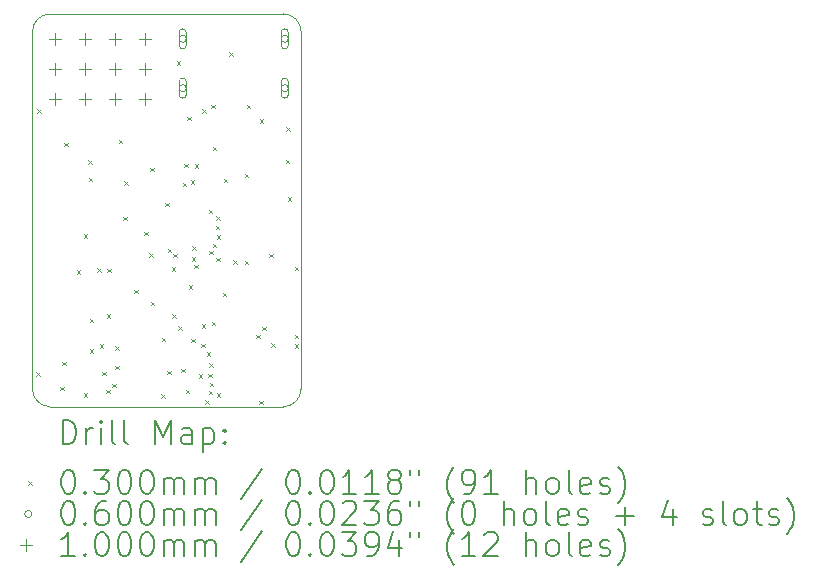
<source format=gbr>
%TF.GenerationSoftware,KiCad,Pcbnew,8.0.2*%
%TF.CreationDate,2024-07-01T07:38:27+02:00*%
%TF.ProjectId,ant control board v1.2,616e7420-636f-46e7-9472-6f6c20626f61,1.1*%
%TF.SameCoordinates,Original*%
%TF.FileFunction,Drillmap*%
%TF.FilePolarity,Positive*%
%FSLAX45Y45*%
G04 Gerber Fmt 4.5, Leading zero omitted, Abs format (unit mm)*
G04 Created by KiCad (PCBNEW 8.0.2) date 2024-07-01 07:38:27*
%MOMM*%
%LPD*%
G01*
G04 APERTURE LIST*
%ADD10C,0.050000*%
%ADD11C,0.100000*%
%ADD12C,0.200000*%
G04 APERTURE END LIST*
D10*
X13725000Y-6975000D02*
G75*
G02*
X13875000Y-6825000I150000J0D01*
G01*
D11*
X13875000Y-6825000D02*
X15850000Y-6825000D01*
D10*
X13875000Y-10150000D02*
G75*
G02*
X13725000Y-10000000I0J150000D01*
G01*
D11*
X16000000Y-6975000D02*
X16000000Y-10000000D01*
D10*
X15850000Y-6825000D02*
G75*
G02*
X16000000Y-6975000I0J-150000D01*
G01*
D11*
X13725000Y-10000000D02*
X13725000Y-6975000D01*
X15850000Y-10150000D02*
X13875000Y-10150000D01*
D10*
X16000000Y-10000000D02*
G75*
G02*
X15850000Y-10150000I-150000J0D01*
G01*
D12*
D11*
X13759184Y-9859607D02*
X13789184Y-9889607D01*
X13789184Y-9859607D02*
X13759184Y-9889607D01*
X13764500Y-7630400D02*
X13794500Y-7660400D01*
X13794500Y-7630400D02*
X13764500Y-7660400D01*
X13961590Y-9981098D02*
X13991590Y-10011098D01*
X13991590Y-9981098D02*
X13961590Y-10011098D01*
X13978900Y-9769080D02*
X14008900Y-9799080D01*
X14008900Y-9769080D02*
X13978900Y-9799080D01*
X13993100Y-7917200D02*
X14023100Y-7947200D01*
X14023100Y-7917200D02*
X13993100Y-7947200D01*
X14099780Y-8994380D02*
X14129780Y-9024380D01*
X14129780Y-8994380D02*
X14099780Y-9024380D01*
X14158200Y-8689580D02*
X14188200Y-8719580D01*
X14188200Y-8689580D02*
X14158200Y-8719580D01*
X14160332Y-10036800D02*
X14190332Y-10066800D01*
X14190332Y-10036800D02*
X14160332Y-10066800D01*
X14196300Y-8062200D02*
X14226300Y-8092200D01*
X14226300Y-8062200D02*
X14196300Y-8092200D01*
X14200110Y-8210790D02*
X14230110Y-8240790D01*
X14230110Y-8210790D02*
X14200110Y-8240790D01*
X14209000Y-9662400D02*
X14239000Y-9692400D01*
X14239000Y-9662400D02*
X14209000Y-9692400D01*
X14209307Y-9405209D02*
X14239307Y-9435209D01*
X14239307Y-9405209D02*
X14209307Y-9435209D01*
X14272500Y-8976600D02*
X14302500Y-9006600D01*
X14302500Y-8976600D02*
X14272500Y-9006600D01*
X14294569Y-9620969D02*
X14324569Y-9650969D01*
X14324569Y-9620969D02*
X14294569Y-9650969D01*
X14315089Y-9855008D02*
X14345089Y-9885008D01*
X14345089Y-9855008D02*
X14315089Y-9885008D01*
X14352329Y-10007035D02*
X14382329Y-10037035D01*
X14382329Y-10007035D02*
X14352329Y-10037035D01*
X14353780Y-9367760D02*
X14383780Y-9397760D01*
X14383780Y-9367760D02*
X14353780Y-9397760D01*
X14358860Y-8982560D02*
X14388860Y-9012560D01*
X14388860Y-8982560D02*
X14358860Y-9012560D01*
X14400761Y-9956494D02*
X14430761Y-9986494D01*
X14430761Y-9956494D02*
X14400761Y-9986494D01*
X14424900Y-9637000D02*
X14454900Y-9667000D01*
X14454900Y-9637000D02*
X14424900Y-9667000D01*
X14424900Y-9803520D02*
X14454900Y-9833520D01*
X14454900Y-9803520D02*
X14424900Y-9833520D01*
X14457920Y-7892020D02*
X14487920Y-7922020D01*
X14487920Y-7892020D02*
X14457920Y-7922020D01*
X14493480Y-8542260D02*
X14523480Y-8572260D01*
X14523480Y-8542260D02*
X14493480Y-8572260D01*
X14503640Y-8240000D02*
X14533640Y-8270000D01*
X14533640Y-8240000D02*
X14503640Y-8270000D01*
X14587460Y-9162020D02*
X14617460Y-9192020D01*
X14617460Y-9162020D02*
X14587460Y-9192020D01*
X14673744Y-8670907D02*
X14703744Y-8700907D01*
X14703744Y-8670907D02*
X14673744Y-8700907D01*
X14714182Y-8852140D02*
X14744182Y-8882140D01*
X14744182Y-8852140D02*
X14714182Y-8882140D01*
X14722080Y-8128240D02*
X14752080Y-8158240D01*
X14752080Y-8128240D02*
X14722080Y-8158240D01*
X14726040Y-9261080D02*
X14756040Y-9291080D01*
X14756040Y-9261080D02*
X14726040Y-9291080D01*
X14814800Y-10043400D02*
X14844800Y-10073400D01*
X14844800Y-10043400D02*
X14814800Y-10073400D01*
X14821140Y-9565880D02*
X14851140Y-9595880D01*
X14851140Y-9565880D02*
X14821140Y-9595880D01*
X14849080Y-8425420D02*
X14879080Y-8455420D01*
X14879080Y-8425420D02*
X14849080Y-8455420D01*
X14866529Y-9845611D02*
X14896529Y-9875611D01*
X14896529Y-9845611D02*
X14866529Y-9875611D01*
X14869400Y-8811500D02*
X14899400Y-8841500D01*
X14899400Y-8811500D02*
X14869400Y-8841500D01*
X14904960Y-8971520D02*
X14934960Y-9001520D01*
X14934960Y-8971520D02*
X14904960Y-9001520D01*
X14910040Y-9367162D02*
X14940040Y-9397162D01*
X14940040Y-9367162D02*
X14910040Y-9397162D01*
X14918619Y-8854566D02*
X14948619Y-8884566D01*
X14948619Y-8854566D02*
X14918619Y-8884566D01*
X14945600Y-7224000D02*
X14975600Y-7254000D01*
X14975600Y-7224000D02*
X14945600Y-7254000D01*
X14961679Y-9469939D02*
X14991679Y-9499939D01*
X14991679Y-9469939D02*
X14961679Y-9499939D01*
X14983700Y-9827500D02*
X15013700Y-9857500D01*
X15013700Y-9827500D02*
X14983700Y-9857500D01*
X14996400Y-8255240D02*
X15026400Y-8285240D01*
X15026400Y-8255240D02*
X14996400Y-8285240D01*
X15011640Y-8092680D02*
X15041640Y-8122680D01*
X15041640Y-8092680D02*
X15011640Y-8122680D01*
X15021800Y-10005300D02*
X15051800Y-10035300D01*
X15051800Y-10005300D02*
X15021800Y-10035300D01*
X15034500Y-7693900D02*
X15064500Y-7723900D01*
X15064500Y-7693900D02*
X15034500Y-7723900D01*
X15047200Y-9121380D02*
X15077200Y-9151380D01*
X15077200Y-9121380D02*
X15047200Y-9151380D01*
X15067520Y-8232380D02*
X15097520Y-8262380D01*
X15097520Y-8232380D02*
X15067520Y-8262380D01*
X15068719Y-9576860D02*
X15098719Y-9606860D01*
X15098719Y-9576860D02*
X15068719Y-9606860D01*
X15072600Y-8885160D02*
X15102600Y-8915160D01*
X15102600Y-8885160D02*
X15072600Y-8915160D01*
X15079741Y-8793241D02*
X15109741Y-8823241D01*
X15109741Y-8793241D02*
X15079741Y-8823241D01*
X15093281Y-8947204D02*
X15123281Y-8977204D01*
X15123281Y-8947204D02*
X15093281Y-8977204D01*
X15100540Y-8097760D02*
X15130540Y-8127760D01*
X15130540Y-8097760D02*
X15100540Y-8127760D01*
X15133224Y-9875425D02*
X15163224Y-9905425D01*
X15163224Y-9875425D02*
X15133224Y-9905425D01*
X15153880Y-9616680D02*
X15183880Y-9646680D01*
X15183880Y-9616680D02*
X15153880Y-9646680D01*
X15158960Y-9451580D02*
X15188960Y-9481580D01*
X15188960Y-9451580D02*
X15158960Y-9481580D01*
X15161500Y-7630400D02*
X15191500Y-7660400D01*
X15191500Y-7630400D02*
X15161500Y-7660400D01*
X15186900Y-10094200D02*
X15216900Y-10124200D01*
X15216900Y-10094200D02*
X15186900Y-10124200D01*
X15199600Y-9690340D02*
X15229600Y-9720340D01*
X15229600Y-9690340D02*
X15199600Y-9720340D01*
X15214840Y-9870680D02*
X15244840Y-9900680D01*
X15244840Y-9870680D02*
X15214840Y-9900680D01*
X15216356Y-10014247D02*
X15246356Y-10044247D01*
X15246356Y-10014247D02*
X15216356Y-10044247D01*
X15217380Y-8483840D02*
X15247380Y-8513840D01*
X15247380Y-8483840D02*
X15217380Y-8513840D01*
X15222312Y-9784468D02*
X15252312Y-9814468D01*
X15252312Y-9784468D02*
X15222312Y-9814468D01*
X15222403Y-8829965D02*
X15252403Y-8859965D01*
X15252403Y-8829965D02*
X15222403Y-8859965D01*
X15225000Y-9949420D02*
X15255000Y-9979420D01*
X15255000Y-9949420D02*
X15225000Y-9979420D01*
X15240240Y-7592300D02*
X15270240Y-7622300D01*
X15270240Y-7592300D02*
X15240240Y-7622300D01*
X15242780Y-9431260D02*
X15272780Y-9461260D01*
X15272780Y-9431260D02*
X15242780Y-9461260D01*
X15250400Y-7947900D02*
X15280400Y-7977900D01*
X15280400Y-7947900D02*
X15250400Y-7977900D01*
X15250400Y-8770860D02*
X15280400Y-8800860D01*
X15280400Y-8770860D02*
X15250400Y-8800860D01*
X15279131Y-8616711D02*
X15309131Y-8646711D01*
X15309131Y-8616711D02*
X15279131Y-8646711D01*
X15283420Y-8537180D02*
X15313420Y-8567180D01*
X15313420Y-8537180D02*
X15283420Y-8567180D01*
X15283420Y-8890240D02*
X15313420Y-8920240D01*
X15313420Y-8890240D02*
X15283420Y-8920240D01*
X15285960Y-8699740D02*
X15315960Y-8729740D01*
X15315960Y-8699740D02*
X15285960Y-8729740D01*
X15285960Y-10038320D02*
X15315960Y-10068320D01*
X15315960Y-10038320D02*
X15285960Y-10068320D01*
X15335982Y-9184463D02*
X15365982Y-9214463D01*
X15365982Y-9184463D02*
X15335982Y-9214463D01*
X15343301Y-8218601D02*
X15373301Y-8248601D01*
X15373301Y-8218601D02*
X15343301Y-8248601D01*
X15390100Y-7147800D02*
X15420100Y-7177800D01*
X15420100Y-7147800D02*
X15390100Y-7177800D01*
X15425660Y-8909601D02*
X15455660Y-8939601D01*
X15455660Y-8909601D02*
X15425660Y-8939601D01*
X15522180Y-8179040D02*
X15552180Y-8209040D01*
X15552180Y-8179040D02*
X15522180Y-8209040D01*
X15522180Y-8913100D02*
X15552180Y-8943100D01*
X15552180Y-8913100D02*
X15522180Y-8943100D01*
X15539960Y-7594840D02*
X15569960Y-7624840D01*
X15569960Y-7594840D02*
X15539960Y-7624840D01*
X15622081Y-9542936D02*
X15652081Y-9572936D01*
X15652081Y-9542936D02*
X15622081Y-9572936D01*
X15644100Y-10101820D02*
X15674100Y-10131820D01*
X15674100Y-10101820D02*
X15644100Y-10131820D01*
X15651720Y-7716760D02*
X15681720Y-7746760D01*
X15681720Y-7716760D02*
X15651720Y-7746760D01*
X15669500Y-9471900D02*
X15699500Y-9501900D01*
X15699500Y-9471900D02*
X15669500Y-9501900D01*
X15730821Y-8854601D02*
X15760821Y-8884601D01*
X15760821Y-8854601D02*
X15730821Y-8884601D01*
X15748240Y-9612936D02*
X15778240Y-9642936D01*
X15778240Y-9612936D02*
X15748240Y-9642936D01*
X15870160Y-8059660D02*
X15900160Y-8089660D01*
X15900160Y-8059660D02*
X15870160Y-8089660D01*
X15872700Y-7782800D02*
X15902700Y-7812800D01*
X15902700Y-7782800D02*
X15872700Y-7812800D01*
X15887940Y-8377160D02*
X15917940Y-8407160D01*
X15917940Y-8377160D02*
X15887940Y-8407160D01*
X15944280Y-8966440D02*
X15974280Y-8996440D01*
X15974280Y-8966440D02*
X15944280Y-8996440D01*
X15944280Y-9542936D02*
X15974280Y-9572936D01*
X15974280Y-9542936D02*
X15944280Y-9572936D01*
X15944553Y-9619613D02*
X15974553Y-9649613D01*
X15974553Y-9619613D02*
X15944553Y-9649613D01*
X15027300Y-7035550D02*
G75*
G02*
X14967300Y-7035550I-30000J0D01*
G01*
X14967300Y-7035550D02*
G75*
G02*
X15027300Y-7035550I30000J0D01*
G01*
X14967300Y-6980550D02*
X14967300Y-7090550D01*
X15027300Y-7090550D02*
G75*
G02*
X14967300Y-7090550I-30000J0D01*
G01*
X15027300Y-7090550D02*
X15027300Y-6980550D01*
X15027300Y-6980550D02*
G75*
G03*
X14967300Y-6980550I-30000J0D01*
G01*
X15027300Y-7453550D02*
G75*
G02*
X14967300Y-7453550I-30000J0D01*
G01*
X14967300Y-7453550D02*
G75*
G02*
X15027300Y-7453550I30000J0D01*
G01*
X14967300Y-7398550D02*
X14967300Y-7508550D01*
X15027300Y-7508550D02*
G75*
G02*
X14967300Y-7508550I-30000J0D01*
G01*
X15027300Y-7508550D02*
X15027300Y-7398550D01*
X15027300Y-7398550D02*
G75*
G03*
X14967300Y-7398550I-30000J0D01*
G01*
X15891300Y-7035550D02*
G75*
G02*
X15831300Y-7035550I-30000J0D01*
G01*
X15831300Y-7035550D02*
G75*
G02*
X15891300Y-7035550I30000J0D01*
G01*
X15831300Y-6980550D02*
X15831300Y-7090550D01*
X15891300Y-7090550D02*
G75*
G02*
X15831300Y-7090550I-30000J0D01*
G01*
X15891300Y-7090550D02*
X15891300Y-6980550D01*
X15891300Y-6980550D02*
G75*
G03*
X15831300Y-6980550I-30000J0D01*
G01*
X15891300Y-7453550D02*
G75*
G02*
X15831300Y-7453550I-30000J0D01*
G01*
X15831300Y-7453550D02*
G75*
G02*
X15891300Y-7453550I30000J0D01*
G01*
X15831300Y-7398550D02*
X15831300Y-7508550D01*
X15891300Y-7508550D02*
G75*
G02*
X15831300Y-7508550I-30000J0D01*
G01*
X15891300Y-7508550D02*
X15891300Y-7398550D01*
X15891300Y-7398550D02*
G75*
G03*
X15831300Y-7398550I-30000J0D01*
G01*
X13919200Y-6985800D02*
X13919200Y-7085800D01*
X13869200Y-7035800D02*
X13969200Y-7035800D01*
X13919200Y-7239800D02*
X13919200Y-7339800D01*
X13869200Y-7289800D02*
X13969200Y-7289800D01*
X13919200Y-7493800D02*
X13919200Y-7593800D01*
X13869200Y-7543800D02*
X13969200Y-7543800D01*
X14173200Y-6985800D02*
X14173200Y-7085800D01*
X14123200Y-7035800D02*
X14223200Y-7035800D01*
X14173200Y-7239800D02*
X14173200Y-7339800D01*
X14123200Y-7289800D02*
X14223200Y-7289800D01*
X14173200Y-7493800D02*
X14173200Y-7593800D01*
X14123200Y-7543800D02*
X14223200Y-7543800D01*
X14427200Y-6985800D02*
X14427200Y-7085800D01*
X14377200Y-7035800D02*
X14477200Y-7035800D01*
X14427200Y-7239800D02*
X14427200Y-7339800D01*
X14377200Y-7289800D02*
X14477200Y-7289800D01*
X14427200Y-7493800D02*
X14427200Y-7593800D01*
X14377200Y-7543800D02*
X14477200Y-7543800D01*
X14681200Y-6985800D02*
X14681200Y-7085800D01*
X14631200Y-7035800D02*
X14731200Y-7035800D01*
X14681200Y-7239800D02*
X14681200Y-7339800D01*
X14631200Y-7289800D02*
X14731200Y-7289800D01*
X14681200Y-7493800D02*
X14681200Y-7593800D01*
X14631200Y-7543800D02*
X14731200Y-7543800D01*
D12*
X13980777Y-10466484D02*
X13980777Y-10266484D01*
X13980777Y-10266484D02*
X14028396Y-10266484D01*
X14028396Y-10266484D02*
X14056967Y-10276008D01*
X14056967Y-10276008D02*
X14076015Y-10295055D01*
X14076015Y-10295055D02*
X14085539Y-10314103D01*
X14085539Y-10314103D02*
X14095062Y-10352198D01*
X14095062Y-10352198D02*
X14095062Y-10380770D01*
X14095062Y-10380770D02*
X14085539Y-10418865D01*
X14085539Y-10418865D02*
X14076015Y-10437912D01*
X14076015Y-10437912D02*
X14056967Y-10456960D01*
X14056967Y-10456960D02*
X14028396Y-10466484D01*
X14028396Y-10466484D02*
X13980777Y-10466484D01*
X14180777Y-10466484D02*
X14180777Y-10333150D01*
X14180777Y-10371246D02*
X14190301Y-10352198D01*
X14190301Y-10352198D02*
X14199824Y-10342674D01*
X14199824Y-10342674D02*
X14218872Y-10333150D01*
X14218872Y-10333150D02*
X14237920Y-10333150D01*
X14304586Y-10466484D02*
X14304586Y-10333150D01*
X14304586Y-10266484D02*
X14295062Y-10276008D01*
X14295062Y-10276008D02*
X14304586Y-10285531D01*
X14304586Y-10285531D02*
X14314110Y-10276008D01*
X14314110Y-10276008D02*
X14304586Y-10266484D01*
X14304586Y-10266484D02*
X14304586Y-10285531D01*
X14428396Y-10466484D02*
X14409348Y-10456960D01*
X14409348Y-10456960D02*
X14399824Y-10437912D01*
X14399824Y-10437912D02*
X14399824Y-10266484D01*
X14533158Y-10466484D02*
X14514110Y-10456960D01*
X14514110Y-10456960D02*
X14504586Y-10437912D01*
X14504586Y-10437912D02*
X14504586Y-10266484D01*
X14761729Y-10466484D02*
X14761729Y-10266484D01*
X14761729Y-10266484D02*
X14828396Y-10409341D01*
X14828396Y-10409341D02*
X14895062Y-10266484D01*
X14895062Y-10266484D02*
X14895062Y-10466484D01*
X15076015Y-10466484D02*
X15076015Y-10361722D01*
X15076015Y-10361722D02*
X15066491Y-10342674D01*
X15066491Y-10342674D02*
X15047443Y-10333150D01*
X15047443Y-10333150D02*
X15009348Y-10333150D01*
X15009348Y-10333150D02*
X14990301Y-10342674D01*
X15076015Y-10456960D02*
X15056967Y-10466484D01*
X15056967Y-10466484D02*
X15009348Y-10466484D01*
X15009348Y-10466484D02*
X14990301Y-10456960D01*
X14990301Y-10456960D02*
X14980777Y-10437912D01*
X14980777Y-10437912D02*
X14980777Y-10418865D01*
X14980777Y-10418865D02*
X14990301Y-10399817D01*
X14990301Y-10399817D02*
X15009348Y-10390293D01*
X15009348Y-10390293D02*
X15056967Y-10390293D01*
X15056967Y-10390293D02*
X15076015Y-10380770D01*
X15171253Y-10333150D02*
X15171253Y-10533150D01*
X15171253Y-10342674D02*
X15190301Y-10333150D01*
X15190301Y-10333150D02*
X15228396Y-10333150D01*
X15228396Y-10333150D02*
X15247443Y-10342674D01*
X15247443Y-10342674D02*
X15256967Y-10352198D01*
X15256967Y-10352198D02*
X15266491Y-10371246D01*
X15266491Y-10371246D02*
X15266491Y-10428389D01*
X15266491Y-10428389D02*
X15256967Y-10447436D01*
X15256967Y-10447436D02*
X15247443Y-10456960D01*
X15247443Y-10456960D02*
X15228396Y-10466484D01*
X15228396Y-10466484D02*
X15190301Y-10466484D01*
X15190301Y-10466484D02*
X15171253Y-10456960D01*
X15352205Y-10447436D02*
X15361729Y-10456960D01*
X15361729Y-10456960D02*
X15352205Y-10466484D01*
X15352205Y-10466484D02*
X15342682Y-10456960D01*
X15342682Y-10456960D02*
X15352205Y-10447436D01*
X15352205Y-10447436D02*
X15352205Y-10466484D01*
X15352205Y-10342674D02*
X15361729Y-10352198D01*
X15361729Y-10352198D02*
X15352205Y-10361722D01*
X15352205Y-10361722D02*
X15342682Y-10352198D01*
X15342682Y-10352198D02*
X15352205Y-10342674D01*
X15352205Y-10342674D02*
X15352205Y-10361722D01*
D11*
X13690000Y-10780000D02*
X13720000Y-10810000D01*
X13720000Y-10780000D02*
X13690000Y-10810000D01*
D12*
X14018872Y-10686484D02*
X14037920Y-10686484D01*
X14037920Y-10686484D02*
X14056967Y-10696008D01*
X14056967Y-10696008D02*
X14066491Y-10705531D01*
X14066491Y-10705531D02*
X14076015Y-10724579D01*
X14076015Y-10724579D02*
X14085539Y-10762674D01*
X14085539Y-10762674D02*
X14085539Y-10810293D01*
X14085539Y-10810293D02*
X14076015Y-10848389D01*
X14076015Y-10848389D02*
X14066491Y-10867436D01*
X14066491Y-10867436D02*
X14056967Y-10876960D01*
X14056967Y-10876960D02*
X14037920Y-10886484D01*
X14037920Y-10886484D02*
X14018872Y-10886484D01*
X14018872Y-10886484D02*
X13999824Y-10876960D01*
X13999824Y-10876960D02*
X13990301Y-10867436D01*
X13990301Y-10867436D02*
X13980777Y-10848389D01*
X13980777Y-10848389D02*
X13971253Y-10810293D01*
X13971253Y-10810293D02*
X13971253Y-10762674D01*
X13971253Y-10762674D02*
X13980777Y-10724579D01*
X13980777Y-10724579D02*
X13990301Y-10705531D01*
X13990301Y-10705531D02*
X13999824Y-10696008D01*
X13999824Y-10696008D02*
X14018872Y-10686484D01*
X14171253Y-10867436D02*
X14180777Y-10876960D01*
X14180777Y-10876960D02*
X14171253Y-10886484D01*
X14171253Y-10886484D02*
X14161729Y-10876960D01*
X14161729Y-10876960D02*
X14171253Y-10867436D01*
X14171253Y-10867436D02*
X14171253Y-10886484D01*
X14247443Y-10686484D02*
X14371253Y-10686484D01*
X14371253Y-10686484D02*
X14304586Y-10762674D01*
X14304586Y-10762674D02*
X14333158Y-10762674D01*
X14333158Y-10762674D02*
X14352205Y-10772198D01*
X14352205Y-10772198D02*
X14361729Y-10781722D01*
X14361729Y-10781722D02*
X14371253Y-10800770D01*
X14371253Y-10800770D02*
X14371253Y-10848389D01*
X14371253Y-10848389D02*
X14361729Y-10867436D01*
X14361729Y-10867436D02*
X14352205Y-10876960D01*
X14352205Y-10876960D02*
X14333158Y-10886484D01*
X14333158Y-10886484D02*
X14276015Y-10886484D01*
X14276015Y-10886484D02*
X14256967Y-10876960D01*
X14256967Y-10876960D02*
X14247443Y-10867436D01*
X14495062Y-10686484D02*
X14514110Y-10686484D01*
X14514110Y-10686484D02*
X14533158Y-10696008D01*
X14533158Y-10696008D02*
X14542682Y-10705531D01*
X14542682Y-10705531D02*
X14552205Y-10724579D01*
X14552205Y-10724579D02*
X14561729Y-10762674D01*
X14561729Y-10762674D02*
X14561729Y-10810293D01*
X14561729Y-10810293D02*
X14552205Y-10848389D01*
X14552205Y-10848389D02*
X14542682Y-10867436D01*
X14542682Y-10867436D02*
X14533158Y-10876960D01*
X14533158Y-10876960D02*
X14514110Y-10886484D01*
X14514110Y-10886484D02*
X14495062Y-10886484D01*
X14495062Y-10886484D02*
X14476015Y-10876960D01*
X14476015Y-10876960D02*
X14466491Y-10867436D01*
X14466491Y-10867436D02*
X14456967Y-10848389D01*
X14456967Y-10848389D02*
X14447443Y-10810293D01*
X14447443Y-10810293D02*
X14447443Y-10762674D01*
X14447443Y-10762674D02*
X14456967Y-10724579D01*
X14456967Y-10724579D02*
X14466491Y-10705531D01*
X14466491Y-10705531D02*
X14476015Y-10696008D01*
X14476015Y-10696008D02*
X14495062Y-10686484D01*
X14685539Y-10686484D02*
X14704586Y-10686484D01*
X14704586Y-10686484D02*
X14723634Y-10696008D01*
X14723634Y-10696008D02*
X14733158Y-10705531D01*
X14733158Y-10705531D02*
X14742682Y-10724579D01*
X14742682Y-10724579D02*
X14752205Y-10762674D01*
X14752205Y-10762674D02*
X14752205Y-10810293D01*
X14752205Y-10810293D02*
X14742682Y-10848389D01*
X14742682Y-10848389D02*
X14733158Y-10867436D01*
X14733158Y-10867436D02*
X14723634Y-10876960D01*
X14723634Y-10876960D02*
X14704586Y-10886484D01*
X14704586Y-10886484D02*
X14685539Y-10886484D01*
X14685539Y-10886484D02*
X14666491Y-10876960D01*
X14666491Y-10876960D02*
X14656967Y-10867436D01*
X14656967Y-10867436D02*
X14647443Y-10848389D01*
X14647443Y-10848389D02*
X14637920Y-10810293D01*
X14637920Y-10810293D02*
X14637920Y-10762674D01*
X14637920Y-10762674D02*
X14647443Y-10724579D01*
X14647443Y-10724579D02*
X14656967Y-10705531D01*
X14656967Y-10705531D02*
X14666491Y-10696008D01*
X14666491Y-10696008D02*
X14685539Y-10686484D01*
X14837920Y-10886484D02*
X14837920Y-10753150D01*
X14837920Y-10772198D02*
X14847443Y-10762674D01*
X14847443Y-10762674D02*
X14866491Y-10753150D01*
X14866491Y-10753150D02*
X14895063Y-10753150D01*
X14895063Y-10753150D02*
X14914110Y-10762674D01*
X14914110Y-10762674D02*
X14923634Y-10781722D01*
X14923634Y-10781722D02*
X14923634Y-10886484D01*
X14923634Y-10781722D02*
X14933158Y-10762674D01*
X14933158Y-10762674D02*
X14952205Y-10753150D01*
X14952205Y-10753150D02*
X14980777Y-10753150D01*
X14980777Y-10753150D02*
X14999824Y-10762674D01*
X14999824Y-10762674D02*
X15009348Y-10781722D01*
X15009348Y-10781722D02*
X15009348Y-10886484D01*
X15104586Y-10886484D02*
X15104586Y-10753150D01*
X15104586Y-10772198D02*
X15114110Y-10762674D01*
X15114110Y-10762674D02*
X15133158Y-10753150D01*
X15133158Y-10753150D02*
X15161729Y-10753150D01*
X15161729Y-10753150D02*
X15180777Y-10762674D01*
X15180777Y-10762674D02*
X15190301Y-10781722D01*
X15190301Y-10781722D02*
X15190301Y-10886484D01*
X15190301Y-10781722D02*
X15199824Y-10762674D01*
X15199824Y-10762674D02*
X15218872Y-10753150D01*
X15218872Y-10753150D02*
X15247443Y-10753150D01*
X15247443Y-10753150D02*
X15266491Y-10762674D01*
X15266491Y-10762674D02*
X15276015Y-10781722D01*
X15276015Y-10781722D02*
X15276015Y-10886484D01*
X15666491Y-10676960D02*
X15495063Y-10934103D01*
X15923634Y-10686484D02*
X15942682Y-10686484D01*
X15942682Y-10686484D02*
X15961729Y-10696008D01*
X15961729Y-10696008D02*
X15971253Y-10705531D01*
X15971253Y-10705531D02*
X15980777Y-10724579D01*
X15980777Y-10724579D02*
X15990301Y-10762674D01*
X15990301Y-10762674D02*
X15990301Y-10810293D01*
X15990301Y-10810293D02*
X15980777Y-10848389D01*
X15980777Y-10848389D02*
X15971253Y-10867436D01*
X15971253Y-10867436D02*
X15961729Y-10876960D01*
X15961729Y-10876960D02*
X15942682Y-10886484D01*
X15942682Y-10886484D02*
X15923634Y-10886484D01*
X15923634Y-10886484D02*
X15904586Y-10876960D01*
X15904586Y-10876960D02*
X15895063Y-10867436D01*
X15895063Y-10867436D02*
X15885539Y-10848389D01*
X15885539Y-10848389D02*
X15876015Y-10810293D01*
X15876015Y-10810293D02*
X15876015Y-10762674D01*
X15876015Y-10762674D02*
X15885539Y-10724579D01*
X15885539Y-10724579D02*
X15895063Y-10705531D01*
X15895063Y-10705531D02*
X15904586Y-10696008D01*
X15904586Y-10696008D02*
X15923634Y-10686484D01*
X16076015Y-10867436D02*
X16085539Y-10876960D01*
X16085539Y-10876960D02*
X16076015Y-10886484D01*
X16076015Y-10886484D02*
X16066491Y-10876960D01*
X16066491Y-10876960D02*
X16076015Y-10867436D01*
X16076015Y-10867436D02*
X16076015Y-10886484D01*
X16209348Y-10686484D02*
X16228396Y-10686484D01*
X16228396Y-10686484D02*
X16247444Y-10696008D01*
X16247444Y-10696008D02*
X16256967Y-10705531D01*
X16256967Y-10705531D02*
X16266491Y-10724579D01*
X16266491Y-10724579D02*
X16276015Y-10762674D01*
X16276015Y-10762674D02*
X16276015Y-10810293D01*
X16276015Y-10810293D02*
X16266491Y-10848389D01*
X16266491Y-10848389D02*
X16256967Y-10867436D01*
X16256967Y-10867436D02*
X16247444Y-10876960D01*
X16247444Y-10876960D02*
X16228396Y-10886484D01*
X16228396Y-10886484D02*
X16209348Y-10886484D01*
X16209348Y-10886484D02*
X16190301Y-10876960D01*
X16190301Y-10876960D02*
X16180777Y-10867436D01*
X16180777Y-10867436D02*
X16171253Y-10848389D01*
X16171253Y-10848389D02*
X16161729Y-10810293D01*
X16161729Y-10810293D02*
X16161729Y-10762674D01*
X16161729Y-10762674D02*
X16171253Y-10724579D01*
X16171253Y-10724579D02*
X16180777Y-10705531D01*
X16180777Y-10705531D02*
X16190301Y-10696008D01*
X16190301Y-10696008D02*
X16209348Y-10686484D01*
X16466491Y-10886484D02*
X16352206Y-10886484D01*
X16409348Y-10886484D02*
X16409348Y-10686484D01*
X16409348Y-10686484D02*
X16390301Y-10715055D01*
X16390301Y-10715055D02*
X16371253Y-10734103D01*
X16371253Y-10734103D02*
X16352206Y-10743627D01*
X16656967Y-10886484D02*
X16542682Y-10886484D01*
X16599825Y-10886484D02*
X16599825Y-10686484D01*
X16599825Y-10686484D02*
X16580777Y-10715055D01*
X16580777Y-10715055D02*
X16561729Y-10734103D01*
X16561729Y-10734103D02*
X16542682Y-10743627D01*
X16771253Y-10772198D02*
X16752206Y-10762674D01*
X16752206Y-10762674D02*
X16742682Y-10753150D01*
X16742682Y-10753150D02*
X16733158Y-10734103D01*
X16733158Y-10734103D02*
X16733158Y-10724579D01*
X16733158Y-10724579D02*
X16742682Y-10705531D01*
X16742682Y-10705531D02*
X16752206Y-10696008D01*
X16752206Y-10696008D02*
X16771253Y-10686484D01*
X16771253Y-10686484D02*
X16809349Y-10686484D01*
X16809349Y-10686484D02*
X16828396Y-10696008D01*
X16828396Y-10696008D02*
X16837920Y-10705531D01*
X16837920Y-10705531D02*
X16847444Y-10724579D01*
X16847444Y-10724579D02*
X16847444Y-10734103D01*
X16847444Y-10734103D02*
X16837920Y-10753150D01*
X16837920Y-10753150D02*
X16828396Y-10762674D01*
X16828396Y-10762674D02*
X16809349Y-10772198D01*
X16809349Y-10772198D02*
X16771253Y-10772198D01*
X16771253Y-10772198D02*
X16752206Y-10781722D01*
X16752206Y-10781722D02*
X16742682Y-10791246D01*
X16742682Y-10791246D02*
X16733158Y-10810293D01*
X16733158Y-10810293D02*
X16733158Y-10848389D01*
X16733158Y-10848389D02*
X16742682Y-10867436D01*
X16742682Y-10867436D02*
X16752206Y-10876960D01*
X16752206Y-10876960D02*
X16771253Y-10886484D01*
X16771253Y-10886484D02*
X16809349Y-10886484D01*
X16809349Y-10886484D02*
X16828396Y-10876960D01*
X16828396Y-10876960D02*
X16837920Y-10867436D01*
X16837920Y-10867436D02*
X16847444Y-10848389D01*
X16847444Y-10848389D02*
X16847444Y-10810293D01*
X16847444Y-10810293D02*
X16837920Y-10791246D01*
X16837920Y-10791246D02*
X16828396Y-10781722D01*
X16828396Y-10781722D02*
X16809349Y-10772198D01*
X16923634Y-10686484D02*
X16923634Y-10724579D01*
X16999825Y-10686484D02*
X16999825Y-10724579D01*
X17295063Y-10962674D02*
X17285539Y-10953150D01*
X17285539Y-10953150D02*
X17266491Y-10924579D01*
X17266491Y-10924579D02*
X17256968Y-10905531D01*
X17256968Y-10905531D02*
X17247444Y-10876960D01*
X17247444Y-10876960D02*
X17237920Y-10829341D01*
X17237920Y-10829341D02*
X17237920Y-10791246D01*
X17237920Y-10791246D02*
X17247444Y-10743627D01*
X17247444Y-10743627D02*
X17256968Y-10715055D01*
X17256968Y-10715055D02*
X17266491Y-10696008D01*
X17266491Y-10696008D02*
X17285539Y-10667436D01*
X17285539Y-10667436D02*
X17295063Y-10657912D01*
X17380777Y-10886484D02*
X17418872Y-10886484D01*
X17418872Y-10886484D02*
X17437920Y-10876960D01*
X17437920Y-10876960D02*
X17447444Y-10867436D01*
X17447444Y-10867436D02*
X17466491Y-10838865D01*
X17466491Y-10838865D02*
X17476015Y-10800770D01*
X17476015Y-10800770D02*
X17476015Y-10724579D01*
X17476015Y-10724579D02*
X17466491Y-10705531D01*
X17466491Y-10705531D02*
X17456968Y-10696008D01*
X17456968Y-10696008D02*
X17437920Y-10686484D01*
X17437920Y-10686484D02*
X17399825Y-10686484D01*
X17399825Y-10686484D02*
X17380777Y-10696008D01*
X17380777Y-10696008D02*
X17371253Y-10705531D01*
X17371253Y-10705531D02*
X17361730Y-10724579D01*
X17361730Y-10724579D02*
X17361730Y-10772198D01*
X17361730Y-10772198D02*
X17371253Y-10791246D01*
X17371253Y-10791246D02*
X17380777Y-10800770D01*
X17380777Y-10800770D02*
X17399825Y-10810293D01*
X17399825Y-10810293D02*
X17437920Y-10810293D01*
X17437920Y-10810293D02*
X17456968Y-10800770D01*
X17456968Y-10800770D02*
X17466491Y-10791246D01*
X17466491Y-10791246D02*
X17476015Y-10772198D01*
X17666491Y-10886484D02*
X17552206Y-10886484D01*
X17609349Y-10886484D02*
X17609349Y-10686484D01*
X17609349Y-10686484D02*
X17590301Y-10715055D01*
X17590301Y-10715055D02*
X17571253Y-10734103D01*
X17571253Y-10734103D02*
X17552206Y-10743627D01*
X17904587Y-10886484D02*
X17904587Y-10686484D01*
X17990301Y-10886484D02*
X17990301Y-10781722D01*
X17990301Y-10781722D02*
X17980777Y-10762674D01*
X17980777Y-10762674D02*
X17961730Y-10753150D01*
X17961730Y-10753150D02*
X17933158Y-10753150D01*
X17933158Y-10753150D02*
X17914111Y-10762674D01*
X17914111Y-10762674D02*
X17904587Y-10772198D01*
X18114111Y-10886484D02*
X18095063Y-10876960D01*
X18095063Y-10876960D02*
X18085539Y-10867436D01*
X18085539Y-10867436D02*
X18076015Y-10848389D01*
X18076015Y-10848389D02*
X18076015Y-10791246D01*
X18076015Y-10791246D02*
X18085539Y-10772198D01*
X18085539Y-10772198D02*
X18095063Y-10762674D01*
X18095063Y-10762674D02*
X18114111Y-10753150D01*
X18114111Y-10753150D02*
X18142682Y-10753150D01*
X18142682Y-10753150D02*
X18161730Y-10762674D01*
X18161730Y-10762674D02*
X18171253Y-10772198D01*
X18171253Y-10772198D02*
X18180777Y-10791246D01*
X18180777Y-10791246D02*
X18180777Y-10848389D01*
X18180777Y-10848389D02*
X18171253Y-10867436D01*
X18171253Y-10867436D02*
X18161730Y-10876960D01*
X18161730Y-10876960D02*
X18142682Y-10886484D01*
X18142682Y-10886484D02*
X18114111Y-10886484D01*
X18295063Y-10886484D02*
X18276015Y-10876960D01*
X18276015Y-10876960D02*
X18266492Y-10857912D01*
X18266492Y-10857912D02*
X18266492Y-10686484D01*
X18447444Y-10876960D02*
X18428396Y-10886484D01*
X18428396Y-10886484D02*
X18390301Y-10886484D01*
X18390301Y-10886484D02*
X18371253Y-10876960D01*
X18371253Y-10876960D02*
X18361730Y-10857912D01*
X18361730Y-10857912D02*
X18361730Y-10781722D01*
X18361730Y-10781722D02*
X18371253Y-10762674D01*
X18371253Y-10762674D02*
X18390301Y-10753150D01*
X18390301Y-10753150D02*
X18428396Y-10753150D01*
X18428396Y-10753150D02*
X18447444Y-10762674D01*
X18447444Y-10762674D02*
X18456968Y-10781722D01*
X18456968Y-10781722D02*
X18456968Y-10800770D01*
X18456968Y-10800770D02*
X18361730Y-10819817D01*
X18533158Y-10876960D02*
X18552206Y-10886484D01*
X18552206Y-10886484D02*
X18590301Y-10886484D01*
X18590301Y-10886484D02*
X18609349Y-10876960D01*
X18609349Y-10876960D02*
X18618873Y-10857912D01*
X18618873Y-10857912D02*
X18618873Y-10848389D01*
X18618873Y-10848389D02*
X18609349Y-10829341D01*
X18609349Y-10829341D02*
X18590301Y-10819817D01*
X18590301Y-10819817D02*
X18561730Y-10819817D01*
X18561730Y-10819817D02*
X18542682Y-10810293D01*
X18542682Y-10810293D02*
X18533158Y-10791246D01*
X18533158Y-10791246D02*
X18533158Y-10781722D01*
X18533158Y-10781722D02*
X18542682Y-10762674D01*
X18542682Y-10762674D02*
X18561730Y-10753150D01*
X18561730Y-10753150D02*
X18590301Y-10753150D01*
X18590301Y-10753150D02*
X18609349Y-10762674D01*
X18685539Y-10962674D02*
X18695063Y-10953150D01*
X18695063Y-10953150D02*
X18714111Y-10924579D01*
X18714111Y-10924579D02*
X18723634Y-10905531D01*
X18723634Y-10905531D02*
X18733158Y-10876960D01*
X18733158Y-10876960D02*
X18742682Y-10829341D01*
X18742682Y-10829341D02*
X18742682Y-10791246D01*
X18742682Y-10791246D02*
X18733158Y-10743627D01*
X18733158Y-10743627D02*
X18723634Y-10715055D01*
X18723634Y-10715055D02*
X18714111Y-10696008D01*
X18714111Y-10696008D02*
X18695063Y-10667436D01*
X18695063Y-10667436D02*
X18685539Y-10657912D01*
D11*
X13720000Y-11059000D02*
G75*
G02*
X13660000Y-11059000I-30000J0D01*
G01*
X13660000Y-11059000D02*
G75*
G02*
X13720000Y-11059000I30000J0D01*
G01*
D12*
X14018872Y-10950484D02*
X14037920Y-10950484D01*
X14037920Y-10950484D02*
X14056967Y-10960008D01*
X14056967Y-10960008D02*
X14066491Y-10969531D01*
X14066491Y-10969531D02*
X14076015Y-10988579D01*
X14076015Y-10988579D02*
X14085539Y-11026674D01*
X14085539Y-11026674D02*
X14085539Y-11074293D01*
X14085539Y-11074293D02*
X14076015Y-11112389D01*
X14076015Y-11112389D02*
X14066491Y-11131436D01*
X14066491Y-11131436D02*
X14056967Y-11140960D01*
X14056967Y-11140960D02*
X14037920Y-11150484D01*
X14037920Y-11150484D02*
X14018872Y-11150484D01*
X14018872Y-11150484D02*
X13999824Y-11140960D01*
X13999824Y-11140960D02*
X13990301Y-11131436D01*
X13990301Y-11131436D02*
X13980777Y-11112389D01*
X13980777Y-11112389D02*
X13971253Y-11074293D01*
X13971253Y-11074293D02*
X13971253Y-11026674D01*
X13971253Y-11026674D02*
X13980777Y-10988579D01*
X13980777Y-10988579D02*
X13990301Y-10969531D01*
X13990301Y-10969531D02*
X13999824Y-10960008D01*
X13999824Y-10960008D02*
X14018872Y-10950484D01*
X14171253Y-11131436D02*
X14180777Y-11140960D01*
X14180777Y-11140960D02*
X14171253Y-11150484D01*
X14171253Y-11150484D02*
X14161729Y-11140960D01*
X14161729Y-11140960D02*
X14171253Y-11131436D01*
X14171253Y-11131436D02*
X14171253Y-11150484D01*
X14352205Y-10950484D02*
X14314110Y-10950484D01*
X14314110Y-10950484D02*
X14295062Y-10960008D01*
X14295062Y-10960008D02*
X14285539Y-10969531D01*
X14285539Y-10969531D02*
X14266491Y-10998103D01*
X14266491Y-10998103D02*
X14256967Y-11036198D01*
X14256967Y-11036198D02*
X14256967Y-11112389D01*
X14256967Y-11112389D02*
X14266491Y-11131436D01*
X14266491Y-11131436D02*
X14276015Y-11140960D01*
X14276015Y-11140960D02*
X14295062Y-11150484D01*
X14295062Y-11150484D02*
X14333158Y-11150484D01*
X14333158Y-11150484D02*
X14352205Y-11140960D01*
X14352205Y-11140960D02*
X14361729Y-11131436D01*
X14361729Y-11131436D02*
X14371253Y-11112389D01*
X14371253Y-11112389D02*
X14371253Y-11064770D01*
X14371253Y-11064770D02*
X14361729Y-11045722D01*
X14361729Y-11045722D02*
X14352205Y-11036198D01*
X14352205Y-11036198D02*
X14333158Y-11026674D01*
X14333158Y-11026674D02*
X14295062Y-11026674D01*
X14295062Y-11026674D02*
X14276015Y-11036198D01*
X14276015Y-11036198D02*
X14266491Y-11045722D01*
X14266491Y-11045722D02*
X14256967Y-11064770D01*
X14495062Y-10950484D02*
X14514110Y-10950484D01*
X14514110Y-10950484D02*
X14533158Y-10960008D01*
X14533158Y-10960008D02*
X14542682Y-10969531D01*
X14542682Y-10969531D02*
X14552205Y-10988579D01*
X14552205Y-10988579D02*
X14561729Y-11026674D01*
X14561729Y-11026674D02*
X14561729Y-11074293D01*
X14561729Y-11074293D02*
X14552205Y-11112389D01*
X14552205Y-11112389D02*
X14542682Y-11131436D01*
X14542682Y-11131436D02*
X14533158Y-11140960D01*
X14533158Y-11140960D02*
X14514110Y-11150484D01*
X14514110Y-11150484D02*
X14495062Y-11150484D01*
X14495062Y-11150484D02*
X14476015Y-11140960D01*
X14476015Y-11140960D02*
X14466491Y-11131436D01*
X14466491Y-11131436D02*
X14456967Y-11112389D01*
X14456967Y-11112389D02*
X14447443Y-11074293D01*
X14447443Y-11074293D02*
X14447443Y-11026674D01*
X14447443Y-11026674D02*
X14456967Y-10988579D01*
X14456967Y-10988579D02*
X14466491Y-10969531D01*
X14466491Y-10969531D02*
X14476015Y-10960008D01*
X14476015Y-10960008D02*
X14495062Y-10950484D01*
X14685539Y-10950484D02*
X14704586Y-10950484D01*
X14704586Y-10950484D02*
X14723634Y-10960008D01*
X14723634Y-10960008D02*
X14733158Y-10969531D01*
X14733158Y-10969531D02*
X14742682Y-10988579D01*
X14742682Y-10988579D02*
X14752205Y-11026674D01*
X14752205Y-11026674D02*
X14752205Y-11074293D01*
X14752205Y-11074293D02*
X14742682Y-11112389D01*
X14742682Y-11112389D02*
X14733158Y-11131436D01*
X14733158Y-11131436D02*
X14723634Y-11140960D01*
X14723634Y-11140960D02*
X14704586Y-11150484D01*
X14704586Y-11150484D02*
X14685539Y-11150484D01*
X14685539Y-11150484D02*
X14666491Y-11140960D01*
X14666491Y-11140960D02*
X14656967Y-11131436D01*
X14656967Y-11131436D02*
X14647443Y-11112389D01*
X14647443Y-11112389D02*
X14637920Y-11074293D01*
X14637920Y-11074293D02*
X14637920Y-11026674D01*
X14637920Y-11026674D02*
X14647443Y-10988579D01*
X14647443Y-10988579D02*
X14656967Y-10969531D01*
X14656967Y-10969531D02*
X14666491Y-10960008D01*
X14666491Y-10960008D02*
X14685539Y-10950484D01*
X14837920Y-11150484D02*
X14837920Y-11017150D01*
X14837920Y-11036198D02*
X14847443Y-11026674D01*
X14847443Y-11026674D02*
X14866491Y-11017150D01*
X14866491Y-11017150D02*
X14895063Y-11017150D01*
X14895063Y-11017150D02*
X14914110Y-11026674D01*
X14914110Y-11026674D02*
X14923634Y-11045722D01*
X14923634Y-11045722D02*
X14923634Y-11150484D01*
X14923634Y-11045722D02*
X14933158Y-11026674D01*
X14933158Y-11026674D02*
X14952205Y-11017150D01*
X14952205Y-11017150D02*
X14980777Y-11017150D01*
X14980777Y-11017150D02*
X14999824Y-11026674D01*
X14999824Y-11026674D02*
X15009348Y-11045722D01*
X15009348Y-11045722D02*
X15009348Y-11150484D01*
X15104586Y-11150484D02*
X15104586Y-11017150D01*
X15104586Y-11036198D02*
X15114110Y-11026674D01*
X15114110Y-11026674D02*
X15133158Y-11017150D01*
X15133158Y-11017150D02*
X15161729Y-11017150D01*
X15161729Y-11017150D02*
X15180777Y-11026674D01*
X15180777Y-11026674D02*
X15190301Y-11045722D01*
X15190301Y-11045722D02*
X15190301Y-11150484D01*
X15190301Y-11045722D02*
X15199824Y-11026674D01*
X15199824Y-11026674D02*
X15218872Y-11017150D01*
X15218872Y-11017150D02*
X15247443Y-11017150D01*
X15247443Y-11017150D02*
X15266491Y-11026674D01*
X15266491Y-11026674D02*
X15276015Y-11045722D01*
X15276015Y-11045722D02*
X15276015Y-11150484D01*
X15666491Y-10940960D02*
X15495063Y-11198103D01*
X15923634Y-10950484D02*
X15942682Y-10950484D01*
X15942682Y-10950484D02*
X15961729Y-10960008D01*
X15961729Y-10960008D02*
X15971253Y-10969531D01*
X15971253Y-10969531D02*
X15980777Y-10988579D01*
X15980777Y-10988579D02*
X15990301Y-11026674D01*
X15990301Y-11026674D02*
X15990301Y-11074293D01*
X15990301Y-11074293D02*
X15980777Y-11112389D01*
X15980777Y-11112389D02*
X15971253Y-11131436D01*
X15971253Y-11131436D02*
X15961729Y-11140960D01*
X15961729Y-11140960D02*
X15942682Y-11150484D01*
X15942682Y-11150484D02*
X15923634Y-11150484D01*
X15923634Y-11150484D02*
X15904586Y-11140960D01*
X15904586Y-11140960D02*
X15895063Y-11131436D01*
X15895063Y-11131436D02*
X15885539Y-11112389D01*
X15885539Y-11112389D02*
X15876015Y-11074293D01*
X15876015Y-11074293D02*
X15876015Y-11026674D01*
X15876015Y-11026674D02*
X15885539Y-10988579D01*
X15885539Y-10988579D02*
X15895063Y-10969531D01*
X15895063Y-10969531D02*
X15904586Y-10960008D01*
X15904586Y-10960008D02*
X15923634Y-10950484D01*
X16076015Y-11131436D02*
X16085539Y-11140960D01*
X16085539Y-11140960D02*
X16076015Y-11150484D01*
X16076015Y-11150484D02*
X16066491Y-11140960D01*
X16066491Y-11140960D02*
X16076015Y-11131436D01*
X16076015Y-11131436D02*
X16076015Y-11150484D01*
X16209348Y-10950484D02*
X16228396Y-10950484D01*
X16228396Y-10950484D02*
X16247444Y-10960008D01*
X16247444Y-10960008D02*
X16256967Y-10969531D01*
X16256967Y-10969531D02*
X16266491Y-10988579D01*
X16266491Y-10988579D02*
X16276015Y-11026674D01*
X16276015Y-11026674D02*
X16276015Y-11074293D01*
X16276015Y-11074293D02*
X16266491Y-11112389D01*
X16266491Y-11112389D02*
X16256967Y-11131436D01*
X16256967Y-11131436D02*
X16247444Y-11140960D01*
X16247444Y-11140960D02*
X16228396Y-11150484D01*
X16228396Y-11150484D02*
X16209348Y-11150484D01*
X16209348Y-11150484D02*
X16190301Y-11140960D01*
X16190301Y-11140960D02*
X16180777Y-11131436D01*
X16180777Y-11131436D02*
X16171253Y-11112389D01*
X16171253Y-11112389D02*
X16161729Y-11074293D01*
X16161729Y-11074293D02*
X16161729Y-11026674D01*
X16161729Y-11026674D02*
X16171253Y-10988579D01*
X16171253Y-10988579D02*
X16180777Y-10969531D01*
X16180777Y-10969531D02*
X16190301Y-10960008D01*
X16190301Y-10960008D02*
X16209348Y-10950484D01*
X16352206Y-10969531D02*
X16361729Y-10960008D01*
X16361729Y-10960008D02*
X16380777Y-10950484D01*
X16380777Y-10950484D02*
X16428396Y-10950484D01*
X16428396Y-10950484D02*
X16447444Y-10960008D01*
X16447444Y-10960008D02*
X16456967Y-10969531D01*
X16456967Y-10969531D02*
X16466491Y-10988579D01*
X16466491Y-10988579D02*
X16466491Y-11007627D01*
X16466491Y-11007627D02*
X16456967Y-11036198D01*
X16456967Y-11036198D02*
X16342682Y-11150484D01*
X16342682Y-11150484D02*
X16466491Y-11150484D01*
X16533158Y-10950484D02*
X16656967Y-10950484D01*
X16656967Y-10950484D02*
X16590301Y-11026674D01*
X16590301Y-11026674D02*
X16618872Y-11026674D01*
X16618872Y-11026674D02*
X16637920Y-11036198D01*
X16637920Y-11036198D02*
X16647444Y-11045722D01*
X16647444Y-11045722D02*
X16656967Y-11064770D01*
X16656967Y-11064770D02*
X16656967Y-11112389D01*
X16656967Y-11112389D02*
X16647444Y-11131436D01*
X16647444Y-11131436D02*
X16637920Y-11140960D01*
X16637920Y-11140960D02*
X16618872Y-11150484D01*
X16618872Y-11150484D02*
X16561729Y-11150484D01*
X16561729Y-11150484D02*
X16542682Y-11140960D01*
X16542682Y-11140960D02*
X16533158Y-11131436D01*
X16828396Y-10950484D02*
X16790301Y-10950484D01*
X16790301Y-10950484D02*
X16771253Y-10960008D01*
X16771253Y-10960008D02*
X16761729Y-10969531D01*
X16761729Y-10969531D02*
X16742682Y-10998103D01*
X16742682Y-10998103D02*
X16733158Y-11036198D01*
X16733158Y-11036198D02*
X16733158Y-11112389D01*
X16733158Y-11112389D02*
X16742682Y-11131436D01*
X16742682Y-11131436D02*
X16752206Y-11140960D01*
X16752206Y-11140960D02*
X16771253Y-11150484D01*
X16771253Y-11150484D02*
X16809349Y-11150484D01*
X16809349Y-11150484D02*
X16828396Y-11140960D01*
X16828396Y-11140960D02*
X16837920Y-11131436D01*
X16837920Y-11131436D02*
X16847444Y-11112389D01*
X16847444Y-11112389D02*
X16847444Y-11064770D01*
X16847444Y-11064770D02*
X16837920Y-11045722D01*
X16837920Y-11045722D02*
X16828396Y-11036198D01*
X16828396Y-11036198D02*
X16809349Y-11026674D01*
X16809349Y-11026674D02*
X16771253Y-11026674D01*
X16771253Y-11026674D02*
X16752206Y-11036198D01*
X16752206Y-11036198D02*
X16742682Y-11045722D01*
X16742682Y-11045722D02*
X16733158Y-11064770D01*
X16923634Y-10950484D02*
X16923634Y-10988579D01*
X16999825Y-10950484D02*
X16999825Y-10988579D01*
X17295063Y-11226674D02*
X17285539Y-11217150D01*
X17285539Y-11217150D02*
X17266491Y-11188579D01*
X17266491Y-11188579D02*
X17256968Y-11169531D01*
X17256968Y-11169531D02*
X17247444Y-11140960D01*
X17247444Y-11140960D02*
X17237920Y-11093341D01*
X17237920Y-11093341D02*
X17237920Y-11055246D01*
X17237920Y-11055246D02*
X17247444Y-11007627D01*
X17247444Y-11007627D02*
X17256968Y-10979055D01*
X17256968Y-10979055D02*
X17266491Y-10960008D01*
X17266491Y-10960008D02*
X17285539Y-10931436D01*
X17285539Y-10931436D02*
X17295063Y-10921912D01*
X17409349Y-10950484D02*
X17428396Y-10950484D01*
X17428396Y-10950484D02*
X17447444Y-10960008D01*
X17447444Y-10960008D02*
X17456968Y-10969531D01*
X17456968Y-10969531D02*
X17466491Y-10988579D01*
X17466491Y-10988579D02*
X17476015Y-11026674D01*
X17476015Y-11026674D02*
X17476015Y-11074293D01*
X17476015Y-11074293D02*
X17466491Y-11112389D01*
X17466491Y-11112389D02*
X17456968Y-11131436D01*
X17456968Y-11131436D02*
X17447444Y-11140960D01*
X17447444Y-11140960D02*
X17428396Y-11150484D01*
X17428396Y-11150484D02*
X17409349Y-11150484D01*
X17409349Y-11150484D02*
X17390301Y-11140960D01*
X17390301Y-11140960D02*
X17380777Y-11131436D01*
X17380777Y-11131436D02*
X17371253Y-11112389D01*
X17371253Y-11112389D02*
X17361730Y-11074293D01*
X17361730Y-11074293D02*
X17361730Y-11026674D01*
X17361730Y-11026674D02*
X17371253Y-10988579D01*
X17371253Y-10988579D02*
X17380777Y-10969531D01*
X17380777Y-10969531D02*
X17390301Y-10960008D01*
X17390301Y-10960008D02*
X17409349Y-10950484D01*
X17714111Y-11150484D02*
X17714111Y-10950484D01*
X17799825Y-11150484D02*
X17799825Y-11045722D01*
X17799825Y-11045722D02*
X17790301Y-11026674D01*
X17790301Y-11026674D02*
X17771253Y-11017150D01*
X17771253Y-11017150D02*
X17742682Y-11017150D01*
X17742682Y-11017150D02*
X17723634Y-11026674D01*
X17723634Y-11026674D02*
X17714111Y-11036198D01*
X17923634Y-11150484D02*
X17904587Y-11140960D01*
X17904587Y-11140960D02*
X17895063Y-11131436D01*
X17895063Y-11131436D02*
X17885539Y-11112389D01*
X17885539Y-11112389D02*
X17885539Y-11055246D01*
X17885539Y-11055246D02*
X17895063Y-11036198D01*
X17895063Y-11036198D02*
X17904587Y-11026674D01*
X17904587Y-11026674D02*
X17923634Y-11017150D01*
X17923634Y-11017150D02*
X17952206Y-11017150D01*
X17952206Y-11017150D02*
X17971253Y-11026674D01*
X17971253Y-11026674D02*
X17980777Y-11036198D01*
X17980777Y-11036198D02*
X17990301Y-11055246D01*
X17990301Y-11055246D02*
X17990301Y-11112389D01*
X17990301Y-11112389D02*
X17980777Y-11131436D01*
X17980777Y-11131436D02*
X17971253Y-11140960D01*
X17971253Y-11140960D02*
X17952206Y-11150484D01*
X17952206Y-11150484D02*
X17923634Y-11150484D01*
X18104587Y-11150484D02*
X18085539Y-11140960D01*
X18085539Y-11140960D02*
X18076015Y-11121912D01*
X18076015Y-11121912D02*
X18076015Y-10950484D01*
X18256968Y-11140960D02*
X18237920Y-11150484D01*
X18237920Y-11150484D02*
X18199825Y-11150484D01*
X18199825Y-11150484D02*
X18180777Y-11140960D01*
X18180777Y-11140960D02*
X18171253Y-11121912D01*
X18171253Y-11121912D02*
X18171253Y-11045722D01*
X18171253Y-11045722D02*
X18180777Y-11026674D01*
X18180777Y-11026674D02*
X18199825Y-11017150D01*
X18199825Y-11017150D02*
X18237920Y-11017150D01*
X18237920Y-11017150D02*
X18256968Y-11026674D01*
X18256968Y-11026674D02*
X18266492Y-11045722D01*
X18266492Y-11045722D02*
X18266492Y-11064770D01*
X18266492Y-11064770D02*
X18171253Y-11083817D01*
X18342682Y-11140960D02*
X18361730Y-11150484D01*
X18361730Y-11150484D02*
X18399825Y-11150484D01*
X18399825Y-11150484D02*
X18418873Y-11140960D01*
X18418873Y-11140960D02*
X18428396Y-11121912D01*
X18428396Y-11121912D02*
X18428396Y-11112389D01*
X18428396Y-11112389D02*
X18418873Y-11093341D01*
X18418873Y-11093341D02*
X18399825Y-11083817D01*
X18399825Y-11083817D02*
X18371253Y-11083817D01*
X18371253Y-11083817D02*
X18352206Y-11074293D01*
X18352206Y-11074293D02*
X18342682Y-11055246D01*
X18342682Y-11055246D02*
X18342682Y-11045722D01*
X18342682Y-11045722D02*
X18352206Y-11026674D01*
X18352206Y-11026674D02*
X18371253Y-11017150D01*
X18371253Y-11017150D02*
X18399825Y-11017150D01*
X18399825Y-11017150D02*
X18418873Y-11026674D01*
X18666492Y-11074293D02*
X18818873Y-11074293D01*
X18742682Y-11150484D02*
X18742682Y-10998103D01*
X19152206Y-11017150D02*
X19152206Y-11150484D01*
X19104587Y-10940960D02*
X19056968Y-11083817D01*
X19056968Y-11083817D02*
X19180777Y-11083817D01*
X19399825Y-11140960D02*
X19418873Y-11150484D01*
X19418873Y-11150484D02*
X19456968Y-11150484D01*
X19456968Y-11150484D02*
X19476016Y-11140960D01*
X19476016Y-11140960D02*
X19485539Y-11121912D01*
X19485539Y-11121912D02*
X19485539Y-11112389D01*
X19485539Y-11112389D02*
X19476016Y-11093341D01*
X19476016Y-11093341D02*
X19456968Y-11083817D01*
X19456968Y-11083817D02*
X19428396Y-11083817D01*
X19428396Y-11083817D02*
X19409349Y-11074293D01*
X19409349Y-11074293D02*
X19399825Y-11055246D01*
X19399825Y-11055246D02*
X19399825Y-11045722D01*
X19399825Y-11045722D02*
X19409349Y-11026674D01*
X19409349Y-11026674D02*
X19428396Y-11017150D01*
X19428396Y-11017150D02*
X19456968Y-11017150D01*
X19456968Y-11017150D02*
X19476016Y-11026674D01*
X19599825Y-11150484D02*
X19580777Y-11140960D01*
X19580777Y-11140960D02*
X19571254Y-11121912D01*
X19571254Y-11121912D02*
X19571254Y-10950484D01*
X19704587Y-11150484D02*
X19685539Y-11140960D01*
X19685539Y-11140960D02*
X19676016Y-11131436D01*
X19676016Y-11131436D02*
X19666492Y-11112389D01*
X19666492Y-11112389D02*
X19666492Y-11055246D01*
X19666492Y-11055246D02*
X19676016Y-11036198D01*
X19676016Y-11036198D02*
X19685539Y-11026674D01*
X19685539Y-11026674D02*
X19704587Y-11017150D01*
X19704587Y-11017150D02*
X19733158Y-11017150D01*
X19733158Y-11017150D02*
X19752206Y-11026674D01*
X19752206Y-11026674D02*
X19761730Y-11036198D01*
X19761730Y-11036198D02*
X19771254Y-11055246D01*
X19771254Y-11055246D02*
X19771254Y-11112389D01*
X19771254Y-11112389D02*
X19761730Y-11131436D01*
X19761730Y-11131436D02*
X19752206Y-11140960D01*
X19752206Y-11140960D02*
X19733158Y-11150484D01*
X19733158Y-11150484D02*
X19704587Y-11150484D01*
X19828397Y-11017150D02*
X19904587Y-11017150D01*
X19856968Y-10950484D02*
X19856968Y-11121912D01*
X19856968Y-11121912D02*
X19866492Y-11140960D01*
X19866492Y-11140960D02*
X19885539Y-11150484D01*
X19885539Y-11150484D02*
X19904587Y-11150484D01*
X19961730Y-11140960D02*
X19980777Y-11150484D01*
X19980777Y-11150484D02*
X20018873Y-11150484D01*
X20018873Y-11150484D02*
X20037920Y-11140960D01*
X20037920Y-11140960D02*
X20047444Y-11121912D01*
X20047444Y-11121912D02*
X20047444Y-11112389D01*
X20047444Y-11112389D02*
X20037920Y-11093341D01*
X20037920Y-11093341D02*
X20018873Y-11083817D01*
X20018873Y-11083817D02*
X19990301Y-11083817D01*
X19990301Y-11083817D02*
X19971254Y-11074293D01*
X19971254Y-11074293D02*
X19961730Y-11055246D01*
X19961730Y-11055246D02*
X19961730Y-11045722D01*
X19961730Y-11045722D02*
X19971254Y-11026674D01*
X19971254Y-11026674D02*
X19990301Y-11017150D01*
X19990301Y-11017150D02*
X20018873Y-11017150D01*
X20018873Y-11017150D02*
X20037920Y-11026674D01*
X20114111Y-11226674D02*
X20123635Y-11217150D01*
X20123635Y-11217150D02*
X20142682Y-11188579D01*
X20142682Y-11188579D02*
X20152206Y-11169531D01*
X20152206Y-11169531D02*
X20161730Y-11140960D01*
X20161730Y-11140960D02*
X20171254Y-11093341D01*
X20171254Y-11093341D02*
X20171254Y-11055246D01*
X20171254Y-11055246D02*
X20161730Y-11007627D01*
X20161730Y-11007627D02*
X20152206Y-10979055D01*
X20152206Y-10979055D02*
X20142682Y-10960008D01*
X20142682Y-10960008D02*
X20123635Y-10931436D01*
X20123635Y-10931436D02*
X20114111Y-10921912D01*
D11*
X13670000Y-11273000D02*
X13670000Y-11373000D01*
X13620000Y-11323000D02*
X13720000Y-11323000D01*
D12*
X14085539Y-11414484D02*
X13971253Y-11414484D01*
X14028396Y-11414484D02*
X14028396Y-11214484D01*
X14028396Y-11214484D02*
X14009348Y-11243055D01*
X14009348Y-11243055D02*
X13990301Y-11262103D01*
X13990301Y-11262103D02*
X13971253Y-11271627D01*
X14171253Y-11395436D02*
X14180777Y-11404960D01*
X14180777Y-11404960D02*
X14171253Y-11414484D01*
X14171253Y-11414484D02*
X14161729Y-11404960D01*
X14161729Y-11404960D02*
X14171253Y-11395436D01*
X14171253Y-11395436D02*
X14171253Y-11414484D01*
X14304586Y-11214484D02*
X14323634Y-11214484D01*
X14323634Y-11214484D02*
X14342682Y-11224008D01*
X14342682Y-11224008D02*
X14352205Y-11233531D01*
X14352205Y-11233531D02*
X14361729Y-11252579D01*
X14361729Y-11252579D02*
X14371253Y-11290674D01*
X14371253Y-11290674D02*
X14371253Y-11338293D01*
X14371253Y-11338293D02*
X14361729Y-11376388D01*
X14361729Y-11376388D02*
X14352205Y-11395436D01*
X14352205Y-11395436D02*
X14342682Y-11404960D01*
X14342682Y-11404960D02*
X14323634Y-11414484D01*
X14323634Y-11414484D02*
X14304586Y-11414484D01*
X14304586Y-11414484D02*
X14285539Y-11404960D01*
X14285539Y-11404960D02*
X14276015Y-11395436D01*
X14276015Y-11395436D02*
X14266491Y-11376388D01*
X14266491Y-11376388D02*
X14256967Y-11338293D01*
X14256967Y-11338293D02*
X14256967Y-11290674D01*
X14256967Y-11290674D02*
X14266491Y-11252579D01*
X14266491Y-11252579D02*
X14276015Y-11233531D01*
X14276015Y-11233531D02*
X14285539Y-11224008D01*
X14285539Y-11224008D02*
X14304586Y-11214484D01*
X14495062Y-11214484D02*
X14514110Y-11214484D01*
X14514110Y-11214484D02*
X14533158Y-11224008D01*
X14533158Y-11224008D02*
X14542682Y-11233531D01*
X14542682Y-11233531D02*
X14552205Y-11252579D01*
X14552205Y-11252579D02*
X14561729Y-11290674D01*
X14561729Y-11290674D02*
X14561729Y-11338293D01*
X14561729Y-11338293D02*
X14552205Y-11376388D01*
X14552205Y-11376388D02*
X14542682Y-11395436D01*
X14542682Y-11395436D02*
X14533158Y-11404960D01*
X14533158Y-11404960D02*
X14514110Y-11414484D01*
X14514110Y-11414484D02*
X14495062Y-11414484D01*
X14495062Y-11414484D02*
X14476015Y-11404960D01*
X14476015Y-11404960D02*
X14466491Y-11395436D01*
X14466491Y-11395436D02*
X14456967Y-11376388D01*
X14456967Y-11376388D02*
X14447443Y-11338293D01*
X14447443Y-11338293D02*
X14447443Y-11290674D01*
X14447443Y-11290674D02*
X14456967Y-11252579D01*
X14456967Y-11252579D02*
X14466491Y-11233531D01*
X14466491Y-11233531D02*
X14476015Y-11224008D01*
X14476015Y-11224008D02*
X14495062Y-11214484D01*
X14685539Y-11214484D02*
X14704586Y-11214484D01*
X14704586Y-11214484D02*
X14723634Y-11224008D01*
X14723634Y-11224008D02*
X14733158Y-11233531D01*
X14733158Y-11233531D02*
X14742682Y-11252579D01*
X14742682Y-11252579D02*
X14752205Y-11290674D01*
X14752205Y-11290674D02*
X14752205Y-11338293D01*
X14752205Y-11338293D02*
X14742682Y-11376388D01*
X14742682Y-11376388D02*
X14733158Y-11395436D01*
X14733158Y-11395436D02*
X14723634Y-11404960D01*
X14723634Y-11404960D02*
X14704586Y-11414484D01*
X14704586Y-11414484D02*
X14685539Y-11414484D01*
X14685539Y-11414484D02*
X14666491Y-11404960D01*
X14666491Y-11404960D02*
X14656967Y-11395436D01*
X14656967Y-11395436D02*
X14647443Y-11376388D01*
X14647443Y-11376388D02*
X14637920Y-11338293D01*
X14637920Y-11338293D02*
X14637920Y-11290674D01*
X14637920Y-11290674D02*
X14647443Y-11252579D01*
X14647443Y-11252579D02*
X14656967Y-11233531D01*
X14656967Y-11233531D02*
X14666491Y-11224008D01*
X14666491Y-11224008D02*
X14685539Y-11214484D01*
X14837920Y-11414484D02*
X14837920Y-11281150D01*
X14837920Y-11300198D02*
X14847443Y-11290674D01*
X14847443Y-11290674D02*
X14866491Y-11281150D01*
X14866491Y-11281150D02*
X14895063Y-11281150D01*
X14895063Y-11281150D02*
X14914110Y-11290674D01*
X14914110Y-11290674D02*
X14923634Y-11309722D01*
X14923634Y-11309722D02*
X14923634Y-11414484D01*
X14923634Y-11309722D02*
X14933158Y-11290674D01*
X14933158Y-11290674D02*
X14952205Y-11281150D01*
X14952205Y-11281150D02*
X14980777Y-11281150D01*
X14980777Y-11281150D02*
X14999824Y-11290674D01*
X14999824Y-11290674D02*
X15009348Y-11309722D01*
X15009348Y-11309722D02*
X15009348Y-11414484D01*
X15104586Y-11414484D02*
X15104586Y-11281150D01*
X15104586Y-11300198D02*
X15114110Y-11290674D01*
X15114110Y-11290674D02*
X15133158Y-11281150D01*
X15133158Y-11281150D02*
X15161729Y-11281150D01*
X15161729Y-11281150D02*
X15180777Y-11290674D01*
X15180777Y-11290674D02*
X15190301Y-11309722D01*
X15190301Y-11309722D02*
X15190301Y-11414484D01*
X15190301Y-11309722D02*
X15199824Y-11290674D01*
X15199824Y-11290674D02*
X15218872Y-11281150D01*
X15218872Y-11281150D02*
X15247443Y-11281150D01*
X15247443Y-11281150D02*
X15266491Y-11290674D01*
X15266491Y-11290674D02*
X15276015Y-11309722D01*
X15276015Y-11309722D02*
X15276015Y-11414484D01*
X15666491Y-11204960D02*
X15495063Y-11462103D01*
X15923634Y-11214484D02*
X15942682Y-11214484D01*
X15942682Y-11214484D02*
X15961729Y-11224008D01*
X15961729Y-11224008D02*
X15971253Y-11233531D01*
X15971253Y-11233531D02*
X15980777Y-11252579D01*
X15980777Y-11252579D02*
X15990301Y-11290674D01*
X15990301Y-11290674D02*
X15990301Y-11338293D01*
X15990301Y-11338293D02*
X15980777Y-11376388D01*
X15980777Y-11376388D02*
X15971253Y-11395436D01*
X15971253Y-11395436D02*
X15961729Y-11404960D01*
X15961729Y-11404960D02*
X15942682Y-11414484D01*
X15942682Y-11414484D02*
X15923634Y-11414484D01*
X15923634Y-11414484D02*
X15904586Y-11404960D01*
X15904586Y-11404960D02*
X15895063Y-11395436D01*
X15895063Y-11395436D02*
X15885539Y-11376388D01*
X15885539Y-11376388D02*
X15876015Y-11338293D01*
X15876015Y-11338293D02*
X15876015Y-11290674D01*
X15876015Y-11290674D02*
X15885539Y-11252579D01*
X15885539Y-11252579D02*
X15895063Y-11233531D01*
X15895063Y-11233531D02*
X15904586Y-11224008D01*
X15904586Y-11224008D02*
X15923634Y-11214484D01*
X16076015Y-11395436D02*
X16085539Y-11404960D01*
X16085539Y-11404960D02*
X16076015Y-11414484D01*
X16076015Y-11414484D02*
X16066491Y-11404960D01*
X16066491Y-11404960D02*
X16076015Y-11395436D01*
X16076015Y-11395436D02*
X16076015Y-11414484D01*
X16209348Y-11214484D02*
X16228396Y-11214484D01*
X16228396Y-11214484D02*
X16247444Y-11224008D01*
X16247444Y-11224008D02*
X16256967Y-11233531D01*
X16256967Y-11233531D02*
X16266491Y-11252579D01*
X16266491Y-11252579D02*
X16276015Y-11290674D01*
X16276015Y-11290674D02*
X16276015Y-11338293D01*
X16276015Y-11338293D02*
X16266491Y-11376388D01*
X16266491Y-11376388D02*
X16256967Y-11395436D01*
X16256967Y-11395436D02*
X16247444Y-11404960D01*
X16247444Y-11404960D02*
X16228396Y-11414484D01*
X16228396Y-11414484D02*
X16209348Y-11414484D01*
X16209348Y-11414484D02*
X16190301Y-11404960D01*
X16190301Y-11404960D02*
X16180777Y-11395436D01*
X16180777Y-11395436D02*
X16171253Y-11376388D01*
X16171253Y-11376388D02*
X16161729Y-11338293D01*
X16161729Y-11338293D02*
X16161729Y-11290674D01*
X16161729Y-11290674D02*
X16171253Y-11252579D01*
X16171253Y-11252579D02*
X16180777Y-11233531D01*
X16180777Y-11233531D02*
X16190301Y-11224008D01*
X16190301Y-11224008D02*
X16209348Y-11214484D01*
X16342682Y-11214484D02*
X16466491Y-11214484D01*
X16466491Y-11214484D02*
X16399825Y-11290674D01*
X16399825Y-11290674D02*
X16428396Y-11290674D01*
X16428396Y-11290674D02*
X16447444Y-11300198D01*
X16447444Y-11300198D02*
X16456967Y-11309722D01*
X16456967Y-11309722D02*
X16466491Y-11328769D01*
X16466491Y-11328769D02*
X16466491Y-11376388D01*
X16466491Y-11376388D02*
X16456967Y-11395436D01*
X16456967Y-11395436D02*
X16447444Y-11404960D01*
X16447444Y-11404960D02*
X16428396Y-11414484D01*
X16428396Y-11414484D02*
X16371253Y-11414484D01*
X16371253Y-11414484D02*
X16352206Y-11404960D01*
X16352206Y-11404960D02*
X16342682Y-11395436D01*
X16561729Y-11414484D02*
X16599825Y-11414484D01*
X16599825Y-11414484D02*
X16618872Y-11404960D01*
X16618872Y-11404960D02*
X16628396Y-11395436D01*
X16628396Y-11395436D02*
X16647444Y-11366865D01*
X16647444Y-11366865D02*
X16656967Y-11328769D01*
X16656967Y-11328769D02*
X16656967Y-11252579D01*
X16656967Y-11252579D02*
X16647444Y-11233531D01*
X16647444Y-11233531D02*
X16637920Y-11224008D01*
X16637920Y-11224008D02*
X16618872Y-11214484D01*
X16618872Y-11214484D02*
X16580777Y-11214484D01*
X16580777Y-11214484D02*
X16561729Y-11224008D01*
X16561729Y-11224008D02*
X16552206Y-11233531D01*
X16552206Y-11233531D02*
X16542682Y-11252579D01*
X16542682Y-11252579D02*
X16542682Y-11300198D01*
X16542682Y-11300198D02*
X16552206Y-11319246D01*
X16552206Y-11319246D02*
X16561729Y-11328769D01*
X16561729Y-11328769D02*
X16580777Y-11338293D01*
X16580777Y-11338293D02*
X16618872Y-11338293D01*
X16618872Y-11338293D02*
X16637920Y-11328769D01*
X16637920Y-11328769D02*
X16647444Y-11319246D01*
X16647444Y-11319246D02*
X16656967Y-11300198D01*
X16828396Y-11281150D02*
X16828396Y-11414484D01*
X16780777Y-11204960D02*
X16733158Y-11347817D01*
X16733158Y-11347817D02*
X16856968Y-11347817D01*
X16923634Y-11214484D02*
X16923634Y-11252579D01*
X16999825Y-11214484D02*
X16999825Y-11252579D01*
X17295063Y-11490674D02*
X17285539Y-11481150D01*
X17285539Y-11481150D02*
X17266491Y-11452579D01*
X17266491Y-11452579D02*
X17256968Y-11433531D01*
X17256968Y-11433531D02*
X17247444Y-11404960D01*
X17247444Y-11404960D02*
X17237920Y-11357341D01*
X17237920Y-11357341D02*
X17237920Y-11319246D01*
X17237920Y-11319246D02*
X17247444Y-11271627D01*
X17247444Y-11271627D02*
X17256968Y-11243055D01*
X17256968Y-11243055D02*
X17266491Y-11224008D01*
X17266491Y-11224008D02*
X17285539Y-11195436D01*
X17285539Y-11195436D02*
X17295063Y-11185912D01*
X17476015Y-11414484D02*
X17361730Y-11414484D01*
X17418872Y-11414484D02*
X17418872Y-11214484D01*
X17418872Y-11214484D02*
X17399825Y-11243055D01*
X17399825Y-11243055D02*
X17380777Y-11262103D01*
X17380777Y-11262103D02*
X17361730Y-11271627D01*
X17552206Y-11233531D02*
X17561730Y-11224008D01*
X17561730Y-11224008D02*
X17580777Y-11214484D01*
X17580777Y-11214484D02*
X17628396Y-11214484D01*
X17628396Y-11214484D02*
X17647444Y-11224008D01*
X17647444Y-11224008D02*
X17656968Y-11233531D01*
X17656968Y-11233531D02*
X17666491Y-11252579D01*
X17666491Y-11252579D02*
X17666491Y-11271627D01*
X17666491Y-11271627D02*
X17656968Y-11300198D01*
X17656968Y-11300198D02*
X17542682Y-11414484D01*
X17542682Y-11414484D02*
X17666491Y-11414484D01*
X17904587Y-11414484D02*
X17904587Y-11214484D01*
X17990301Y-11414484D02*
X17990301Y-11309722D01*
X17990301Y-11309722D02*
X17980777Y-11290674D01*
X17980777Y-11290674D02*
X17961730Y-11281150D01*
X17961730Y-11281150D02*
X17933158Y-11281150D01*
X17933158Y-11281150D02*
X17914111Y-11290674D01*
X17914111Y-11290674D02*
X17904587Y-11300198D01*
X18114111Y-11414484D02*
X18095063Y-11404960D01*
X18095063Y-11404960D02*
X18085539Y-11395436D01*
X18085539Y-11395436D02*
X18076015Y-11376388D01*
X18076015Y-11376388D02*
X18076015Y-11319246D01*
X18076015Y-11319246D02*
X18085539Y-11300198D01*
X18085539Y-11300198D02*
X18095063Y-11290674D01*
X18095063Y-11290674D02*
X18114111Y-11281150D01*
X18114111Y-11281150D02*
X18142682Y-11281150D01*
X18142682Y-11281150D02*
X18161730Y-11290674D01*
X18161730Y-11290674D02*
X18171253Y-11300198D01*
X18171253Y-11300198D02*
X18180777Y-11319246D01*
X18180777Y-11319246D02*
X18180777Y-11376388D01*
X18180777Y-11376388D02*
X18171253Y-11395436D01*
X18171253Y-11395436D02*
X18161730Y-11404960D01*
X18161730Y-11404960D02*
X18142682Y-11414484D01*
X18142682Y-11414484D02*
X18114111Y-11414484D01*
X18295063Y-11414484D02*
X18276015Y-11404960D01*
X18276015Y-11404960D02*
X18266492Y-11385912D01*
X18266492Y-11385912D02*
X18266492Y-11214484D01*
X18447444Y-11404960D02*
X18428396Y-11414484D01*
X18428396Y-11414484D02*
X18390301Y-11414484D01*
X18390301Y-11414484D02*
X18371253Y-11404960D01*
X18371253Y-11404960D02*
X18361730Y-11385912D01*
X18361730Y-11385912D02*
X18361730Y-11309722D01*
X18361730Y-11309722D02*
X18371253Y-11290674D01*
X18371253Y-11290674D02*
X18390301Y-11281150D01*
X18390301Y-11281150D02*
X18428396Y-11281150D01*
X18428396Y-11281150D02*
X18447444Y-11290674D01*
X18447444Y-11290674D02*
X18456968Y-11309722D01*
X18456968Y-11309722D02*
X18456968Y-11328769D01*
X18456968Y-11328769D02*
X18361730Y-11347817D01*
X18533158Y-11404960D02*
X18552206Y-11414484D01*
X18552206Y-11414484D02*
X18590301Y-11414484D01*
X18590301Y-11414484D02*
X18609349Y-11404960D01*
X18609349Y-11404960D02*
X18618873Y-11385912D01*
X18618873Y-11385912D02*
X18618873Y-11376388D01*
X18618873Y-11376388D02*
X18609349Y-11357341D01*
X18609349Y-11357341D02*
X18590301Y-11347817D01*
X18590301Y-11347817D02*
X18561730Y-11347817D01*
X18561730Y-11347817D02*
X18542682Y-11338293D01*
X18542682Y-11338293D02*
X18533158Y-11319246D01*
X18533158Y-11319246D02*
X18533158Y-11309722D01*
X18533158Y-11309722D02*
X18542682Y-11290674D01*
X18542682Y-11290674D02*
X18561730Y-11281150D01*
X18561730Y-11281150D02*
X18590301Y-11281150D01*
X18590301Y-11281150D02*
X18609349Y-11290674D01*
X18685539Y-11490674D02*
X18695063Y-11481150D01*
X18695063Y-11481150D02*
X18714111Y-11452579D01*
X18714111Y-11452579D02*
X18723634Y-11433531D01*
X18723634Y-11433531D02*
X18733158Y-11404960D01*
X18733158Y-11404960D02*
X18742682Y-11357341D01*
X18742682Y-11357341D02*
X18742682Y-11319246D01*
X18742682Y-11319246D02*
X18733158Y-11271627D01*
X18733158Y-11271627D02*
X18723634Y-11243055D01*
X18723634Y-11243055D02*
X18714111Y-11224008D01*
X18714111Y-11224008D02*
X18695063Y-11195436D01*
X18695063Y-11195436D02*
X18685539Y-11185912D01*
M02*

</source>
